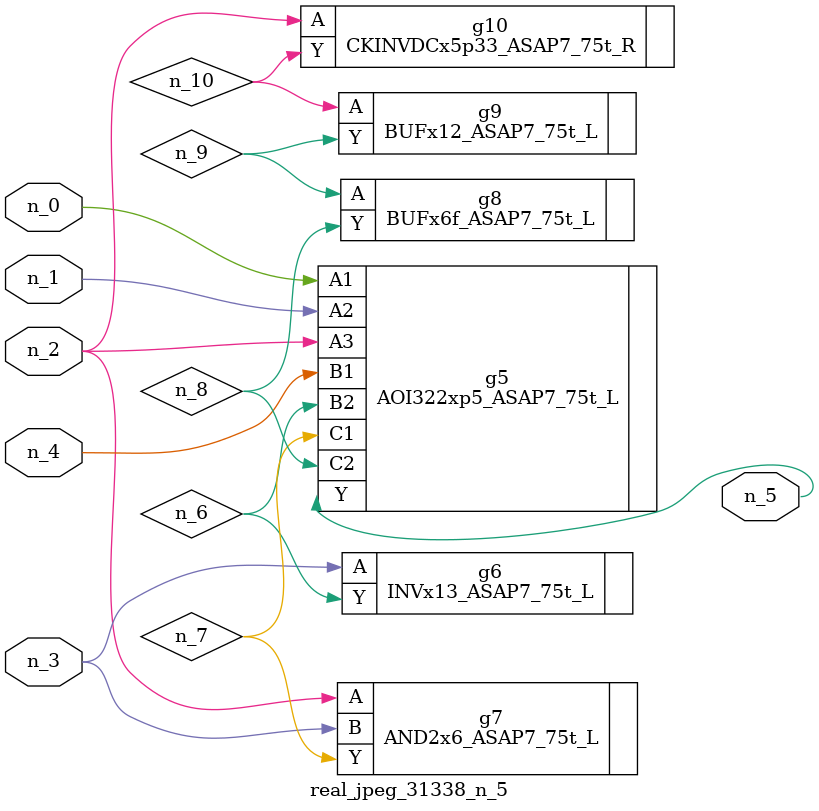
<source format=v>
module real_jpeg_31338_n_5 (n_4, n_0, n_1, n_2, n_3, n_5);

input n_4;
input n_0;
input n_1;
input n_2;
input n_3;

output n_5;

wire n_8;
wire n_6;
wire n_7;
wire n_10;
wire n_9;

AOI322xp5_ASAP7_75t_L g5 ( 
.A1(n_0),
.A2(n_1),
.A3(n_2),
.B1(n_4),
.B2(n_6),
.C1(n_7),
.C2(n_8),
.Y(n_5)
);

AND2x6_ASAP7_75t_L g7 ( 
.A(n_2),
.B(n_3),
.Y(n_7)
);

CKINVDCx5p33_ASAP7_75t_R g10 ( 
.A(n_2),
.Y(n_10)
);

INVx13_ASAP7_75t_L g6 ( 
.A(n_3),
.Y(n_6)
);

BUFx6f_ASAP7_75t_L g8 ( 
.A(n_9),
.Y(n_8)
);

BUFx12_ASAP7_75t_L g9 ( 
.A(n_10),
.Y(n_9)
);


endmodule
</source>
